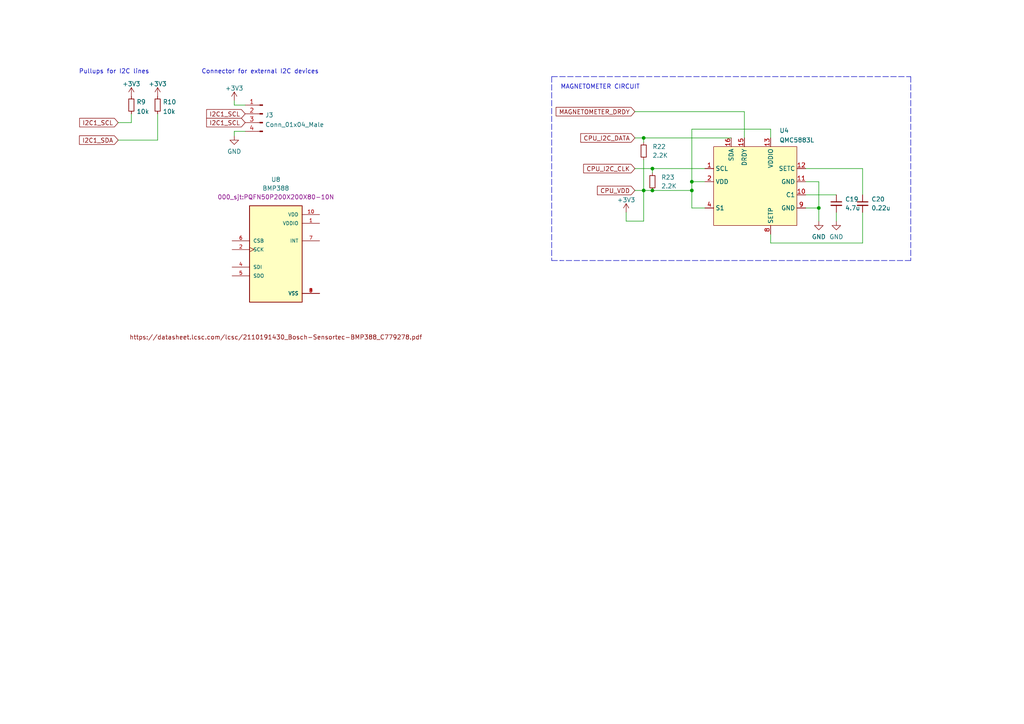
<source format=kicad_sch>
(kicad_sch (version 20211123) (generator eeschema)
  (paper "A4")
  (title_block (company "University of Oulu") (comment 1 "Antti Luukkonen, Jouni Saari, Visa Tuominen"))
  (lib_symbols
    (symbol "000_sjt:BMP388" (pin_names (offset 1.016))
      (property "Reference" "U" (at -7.62 15.2654 0))
      (property "Value" "BMP388" (at -7.62 -15.2654 0))
      (property "Footprint" "000_sjt:PQFN50P200X200X80-10N" (at 0 0 0))
      (symbol "BMP388_0_0"
        (rectangle (start -7.62 -12.7) (end 7.62 15.24) (stroke (width 0.254)) (fill (type background)))
        (text "https://datasheet.lcsc.com/lcsc/2110191430_Bosch-Sensortec-BMP388_C779278.pdf" (at 0 -22.86 0) (effects (font (size 1.27 1.27))))
        (pin power_in line (at 12.7 10.16 180) (length 5.08) (name "VDDIO") (number "1"))
        (pin power_in line (at 12.7 12.7 180) (length 5.08) (name "VDD") (number "10"))
        (pin input clock (at -12.7 2.54 0) (length 5.08) (name "SCK") (number "2"))
        (pin power_in line (at 12.7 -10.16 180) (length 5.08) (name "VSS") (number "3"))
        (pin bidirectional line (at -12.7 -2.54 0) (length 5.08) (name "SDI") (number "4"))
        (pin bidirectional line (at -12.7 -5.08 0) (length 5.08) (name "SDO") (number "5"))
        (pin input line (at -12.7 5.08 0) (length 5.08) (name "CSB") (number "6"))
        (pin output line (at 12.7 5.08 180) (length 5.08) (name "INT") (number "7"))
        (pin power_in line (at 12.7 -10.16 180) (length 5.08) (name "VSS") (number "8"))
        (pin power_in line (at 12.7 -10.16 180) (length 5.08) (name "VSS") (number "9"))
      )
    )
    (symbol "000_sjt:QMC5883L"
      (property "Reference" "U?" (at -3.81 0 0))
      (property "Value" "QMC5883L" (at -3.81 -2.54 0))
      (symbol "QMC5883L_0_1"
        (rectangle (start -11.43 12.7) (end 12.7 -10.16) (fill (type background)))
      )
      (symbol "QMC5883L_1_1"
        (pin input line (at -13.97 6.35 0) (length 2.54) (name "SCL") (number "1"))
        (pin input line (at 15.24 -1.27 180) (length 2.54) (name "C1") (number "10"))
        (pin power_in line (at 15.24 2.54 180) (length 2.54) (name "GND") (number "11"))
        (pin input line (at 15.24 6.35 180) (length 2.54) (name "SETC") (number "12"))
        (pin power_in line (at 5.08 15.24 270) (length 2.54) (name "VDDIO") (number "13"))
        (pin no_connect line (at 8.89 -26.67 90) (length 2.54) hide (name "NC") (number "14"))
        (pin output line (at -2.54 15.24 270) (length 2.54) (name "DRDY") (number "15"))
        (pin bidirectional line (at -6.35 15.24 270) (length 2.54) (name "SDA") (number "16"))
        (pin power_in line (at -13.97 2.54 0) (length 2.54) (name "VDD") (number "2"))
        (pin no_connect line (at -11.43 -26.67 90) (length 2.54) hide (name "NC") (number "3"))
        (pin input line (at -13.97 -5.08 0) (length 2.54) (name "S1") (number "4"))
        (pin no_connect line (at -6.35 -26.67 90) (length 2.54) hide (name "NC") (number "5"))
        (pin no_connect line (at -1.27 -26.67 90) (length 2.54) hide (name "NC") (number "6"))
        (pin no_connect line (at 3.81 -26.67 90) (length 2.54) hide (name "NC") (number "7"))
        (pin input line (at 5.08 -12.7 90) (length 2.54) (name "SETP") (number "8"))
        (pin power_in line (at 15.24 -5.08 180) (length 2.54) (name "GND") (number "9"))
      )
    )
    (symbol "Connector:Conn_01x04_Male" (pin_names (offset 1.016) hide)
      (property "Reference" "J" (at 0 5.08 0))
      (property "Value" "Conn_01x04_Male" (at 0 -7.62 0))
      (symbol "Conn_01x04_Male_1_1"
        (polyline (pts (xy 1.27 -5.08) (xy 0.8636 -5.08)) (stroke (width 0.1524)))
        (polyline (pts (xy 1.27 -2.54) (xy 0.8636 -2.54)) (stroke (width 0.1524)))
        (polyline (pts (xy 1.27 0) (xy 0.8636 0)) (stroke (width 0.1524)))
        (polyline (pts (xy 1.27 2.54) (xy 0.8636 2.54)) (stroke (width 0.1524)))
        (rectangle (start 0.8636 -4.953) (end 0 -5.207) (stroke (width 0.1524)) (fill (type outline)))
        (rectangle (start 0.8636 -2.413) (end 0 -2.667) (stroke (width 0.1524)) (fill (type outline)))
        (rectangle (start 0.8636 0.127) (end 0 -0.127) (stroke (width 0.1524)) (fill (type outline)))
        (rectangle (start 0.8636 2.667) (end 0 2.413) (stroke (width 0.1524)) (fill (type outline)))
        (pin passive line (at 5.08 2.54 180) (length 3.81) (name "Pin_1") (number "1"))
        (pin passive line (at 5.08 0 180) (length 3.81) (name "Pin_2") (number "2"))
        (pin passive line (at 5.08 -2.54 180) (length 3.81) (name "Pin_3") (number "3"))
        (pin passive line (at 5.08 -5.08 180) (length 3.81) (name "Pin_4") (number "4"))
      )
    )
    (symbol "Device:C_Small" (pin_numbers hide) (pin_names (offset 0.254) hide)
      (property "Reference" "C" (at 0.254 1.778 0))
      (property "Value" "C_Small" (at 0.254 -2.032 0))
      (symbol "C_Small_0_1"
        (polyline (pts (xy -1.524 -0.508) (xy 1.524 -0.508)) (stroke (width 0.3302)))
        (polyline (pts (xy -1.524 0.508) (xy 1.524 0.508)) (stroke (width 0.3048)))
      )
      (symbol "C_Small_1_1"
        (pin passive line (at 0 2.54 270) (length 2.032) (name "~") (number "1"))
        (pin passive line (at 0 -2.54 90) (length 2.032) (name "~") (number "2"))
      )
    )
    (symbol "Device:R_Small" (pin_numbers hide) (pin_names (offset 0.254) hide)
      (property "Reference" "R" (at 0.762 0.508 0))
      (property "Value" "R_Small" (at 0.762 -1.016 0))
      (symbol "R_Small_0_1"
        (rectangle (start -0.762 1.778) (end 0.762 -1.778) (stroke (width 0.2032)))
      )
      (symbol "R_Small_1_1"
        (pin passive line (at 0 2.54 270) (length 0.762) (name "~") (number "1"))
        (pin passive line (at 0 -2.54 90) (length 0.762) (name "~") (number "2"))
      )
    )
    (symbol "power:+3.3V" (power) (pin_names (offset 0))
      (property "Value" "+3.3V" (at 0 3.556 0))
      (symbol "+3.3V_0_1"
        (polyline (pts (xy -0.762 1.27) (xy 0 2.54)))
        (polyline (pts (xy 0 0) (xy 0 2.54)))
        (polyline (pts (xy 0 2.54) (xy 0.762 1.27)))
      )
      (symbol "+3.3V_1_1"
        (pin power_in line (at 0 0 90) (length 0) hide (name "+3V3") (number "1"))
      )
    )
    (symbol "power:+3V3" (power) (pin_names (offset 0))
      (property "Value" "+3V3" (at 0 3.556 0))
      (symbol "+3V3_0_1"
        (polyline (pts (xy -0.762 1.27) (xy 0 2.54)))
        (polyline (pts (xy 0 0) (xy 0 2.54)))
        (polyline (pts (xy 0 2.54) (xy 0.762 1.27)))
      )
      (symbol "+3V3_1_1"
        (pin power_in line (at 0 0 90) (length 0) hide (name "+3V3") (number "1"))
      )
    )
    (symbol "power:GND" (power) (pin_names (offset 0))
      (property "Value" "GND" (at 0 -3.81 0))
      (symbol "GND_0_1"
        (polyline (pts (xy 0 0) (xy 0 -1.27) (xy 1.27 -1.27) (xy 0 -2.54) (xy -1.27 -1.27) (xy 0 -1.27)))
      )
      (symbol "GND_1_1"
        (pin power_in line (at 0 0 270) (length 0) hide (name "GND") (number "1"))
      )
    )
  )
  (junction (at 200.66 52.705))
  (junction (at 189.23 48.895))
  (junction (at 189.23 55.245))
  (junction (at 237.49 60.325))
  (junction (at 186.69 55.245))
  (junction (at 200.66 55.245))
  (junction (at 186.69 40.005))
  (wire (pts (xy 223.52 40.005) (xy 223.52 37.465)))
  (wire (pts (xy 233.68 48.895) (xy 250.19 48.895)))
  (polyline (pts (xy 264.16 22.225) (xy 264.16 75.565)))
  (wire (pts (xy 200.66 55.245) (xy 200.66 60.325)))
  (polyline (pts (xy 264.16 75.565) (xy 162.56 75.565)))
  (wire (pts (xy 237.49 52.705) (xy 237.49 60.325)))
  (wire (pts (xy 189.23 55.245) (xy 200.66 55.245)))
  (wire (pts (xy 45.72 40.64) (xy 45.72 33.02)))
  (wire (pts (xy 181.61 61.595) (xy 181.61 64.135)))
  (wire (pts (xy 189.23 48.895) (xy 189.23 50.165)))
  (wire (pts (xy 223.52 67.945) (xy 223.52 70.485)))
  (wire (pts (xy 67.945 30.48) (xy 71.12 30.48)))
  (polyline (pts (xy 160.02 22.225) (xy 264.16 22.225)))
  (wire (pts (xy 233.68 60.325) (xy 237.49 60.325)))
  (wire (pts (xy 242.57 61.595) (xy 242.57 64.135)))
  (wire (pts (xy 186.69 55.245) (xy 186.69 64.135)))
  (wire (pts (xy 186.69 40.005) (xy 212.09 40.005)))
  (wire (pts (xy 71.12 38.1) (xy 67.945 38.1)))
  (wire (pts (xy 189.23 48.895) (xy 204.47 48.895)))
  (wire (pts (xy 184.15 32.385) (xy 215.9 32.385)))
  (wire (pts (xy 223.52 37.465) (xy 200.66 37.465)))
  (wire (pts (xy 184.15 55.245) (xy 186.69 55.245)))
  (wire (pts (xy 186.69 55.245) (xy 186.69 46.355)))
  (wire (pts (xy 250.19 48.895) (xy 250.19 56.515)))
  (wire (pts (xy 184.15 40.005) (xy 186.69 40.005)))
  (wire (pts (xy 38.1 35.56) (xy 38.1 33.02)))
  (polyline (pts (xy 160.02 75.565) (xy 162.56 75.565)))
  (wire (pts (xy 200.66 52.705) (xy 200.66 55.245)))
  (wire (pts (xy 67.945 38.1) (xy 67.945 39.37)))
  (wire (pts (xy 237.49 60.325) (xy 237.49 64.135)))
  (wire (pts (xy 67.945 29.21) (xy 67.945 30.48)))
  (wire (pts (xy 200.66 52.705) (xy 204.47 52.705)))
  (wire (pts (xy 186.69 64.135) (xy 181.61 64.135)))
  (wire (pts (xy 184.15 48.895) (xy 189.23 48.895)))
  (wire (pts (xy 250.19 70.485) (xy 223.52 70.485)))
  (wire (pts (xy 186.69 55.245) (xy 189.23 55.245)))
  (wire (pts (xy 204.47 60.325) (xy 200.66 60.325)))
  (wire (pts (xy 215.9 40.005) (xy 215.9 32.385)))
  (wire (pts (xy 34.29 35.56) (xy 38.1 35.56)))
  (polyline (pts (xy 160.02 22.225) (xy 160.02 75.565)))
  (wire (pts (xy 34.29 40.64) (xy 45.72 40.64)))
  (wire (pts (xy 250.19 61.595) (xy 250.19 70.485)))
  (wire (pts (xy 200.66 37.465) (xy 200.66 52.705)))
  (wire (pts (xy 233.68 52.705) (xy 237.49 52.705)))
  (wire (pts (xy 233.68 56.515) (xy 242.57 56.515)))
  (wire (pts (xy 186.69 41.275) (xy 186.69 40.005)))
  (text "Pullups for I2C lines\n" (at 22.86 21.59 0) (effects (font (size 1.27 1.27)) (justify left bottom)))
  (text "Connector for external I2C devices" (at 58.42 21.59 0) (effects (font (size 1.27 1.27)) (justify left bottom)))
  (text "MAGNETOMETER CIRCUIT" (at 162.56 26.035 0) (effects (font (size 1.27 1.27)) (justify left bottom)))
  (global_label "I2C1_SCL" (shape input) (at 71.12 33.02 180) (property "Intersheet References" "${INTERSHEET_REFS}" (effects hide)))
  (global_label "CPU_I2C_DATA" (shape input) (at 184.15 40.005 180) (property "Intersheet References" "${INTERSHEET_REFS}" (effects hide)))
  (global_label "I2C1_SCL" (shape input) (at 34.29 35.56 180) (property "Intersheet References" "${INTERSHEET_REFS}" (effects hide)))
  (global_label "I2C1_SCL" (shape input) (at 71.12 35.56 180) (property "Intersheet References" "${INTERSHEET_REFS}" (effects hide)))
  (global_label "MAGNETOMETER_DRDY" (shape input) (at 184.15 32.385 180) (property "Intersheet References" "${INTERSHEET_REFS}" (effects hide)))
  (global_label "CPU_I2C_CLK" (shape input) (at 184.15 48.895 180) (property "Intersheet References" "${INTERSHEET_REFS}" (effects hide)))
  (global_label "CPU_VDD" (shape input) (at 184.15 55.245 180) (property "Intersheet References" "${INTERSHEET_REFS}" (effects hide)))
  (global_label "I2C1_SDA" (shape input) (at 34.29 40.64 180) (property "Intersheet References" "${INTERSHEET_REFS}" (effects hide)))
  (symbol (lib_id "Device:C_Small") (at 242.57 59.055 0) (unit 1)
    (property "Reference" "C19" (at 245.11 57.7912 0) (effects (justify left)))
    (property "Value" "4.7u" (at 245.11 60.3312 0) (effects (justify left)))
  )
  (symbol (lib_id "Device:R_Small") (at 38.1 30.48 0) (unit 1)
    (property "Reference" "R9" (at 39.5986 29.5715 0) (effects (justify left)))
    (property "Value" "10k" (at 39.5986 32.3466 0) (effects (justify left)))
    (property "Footprint" "Resistor_SMD:R_0603_1608Metric" (effects hide))
    (property "LCSC" "C25804" (effects hide))
  )
  (symbol (lib_id "power:+3.3V") (at 38.1 27.94 0) (unit 1)
    (property "Reference" "#PWR021" (effects hide))
    (property "Value" "+3.3V" (at 38.1 24.3355 0))
  )
  (symbol (lib_id "000_sjt:BMP388") (at 80.01 74.93 0) (unit 1)
    (property "Reference" "U8" (at 80.01 52.07 0))
    (property "Value" "BMP388" (at 80.01 54.61 0))
    (property "Footprint" "000_sjt:PQFN50P200X200X80-10N" (at 80.01 57.15 0))
    (property "PARTREV" "1.1" (effects hide))
    (property "MANUFACTURER" "BOSCH" (effects hide))
    (property "STANDARD" "IPC 7351B" (effects hide))
  )
  (symbol (lib_id "power:GND") (at 67.945 39.37 0) (unit 1)
    (property "Reference" "#PWR031" (effects hide))
    (property "Value" "GND" (at 67.945 43.9325 0))
  )
  (symbol (lib_id "power:+3.3V") (at 45.72 27.94 0) (unit 1)
    (property "Reference" "#PWR024" (effects hide))
    (property "Value" "+3.3V" (at 45.72 24.3355 0))
  )
  (symbol (lib_id "power:GND") (at 237.49 64.135 0) (unit 1)
    (property "Reference" "#PWR052" (effects hide))
    (property "Value" "GND" (at 237.49 68.6975 0))
  )
  (symbol (lib_id "Connector:Conn_01x04_Male") (at 76.2 33.02 0) (mirror y) (unit 1)
    (property "Reference" "J3" (at 76.9112 33.3815 0) (effects (justify right)))
    (property "Value" "Conn_01x04_Male" (at 76.9112 36.1566 0) (effects (justify right)))
  )
  (symbol (lib_id "power:+3V3") (at 181.61 61.595 0) (unit 1)
    (property "Reference" "#PWR051" (effects hide))
    (property "Value" "+3V3" (at 181.61 57.9905 0))
  )
  (symbol (lib_id "000_sjt:QMC5883L") (at 218.44 55.245 0) (unit 1)
    (property "Reference" "U4" (at 226.06 37.8649 0) (effects (justify left)))
    (property "Value" "QMC5883L" (at 226.06 40.64 0) (effects (justify left)))
  )
  (symbol (lib_id "Device:R_Small") (at 186.69 43.815 0) (unit 1)
    (property "Reference" "R22" (at 189.23 42.5449 0) (effects (justify left)))
    (property "Value" "2.2K" (at 189.23 45.0849 0) (effects (justify left)))
  )
  (symbol (lib_id "Device:C_Small") (at 250.19 59.055 0) (unit 1)
    (property "Reference" "C20" (at 252.73 57.7912 0) (effects (justify left)))
    (property "Value" "0.22u" (at 252.73 60.3312 0) (effects (justify left)))
  )
  (symbol (lib_id "Device:R_Small") (at 45.72 30.48 0) (unit 1)
    (property "Reference" "R10" (at 47.2186 29.5715 0) (effects (justify left)))
    (property "Value" "10k" (at 47.2186 32.3466 0) (effects (justify left)))
    (property "Footprint" "Resistor_SMD:R_0603_1608Metric" (effects hide))
    (property "LCSC" "C25804" (effects hide))
  )
  (symbol (lib_id "power:GND") (at 242.57 64.135 0) (unit 1)
    (property "Reference" "#PWR053" (effects hide))
    (property "Value" "GND" (at 242.57 68.6975 0))
  )
  (symbol (lib_id "Device:R_Small") (at 189.23 52.705 0) (unit 1)
    (property "Reference" "R23" (at 191.77 51.4349 0) (effects (justify left)))
    (property "Value" "2.2K" (at 191.77 53.9749 0) (effects (justify left)))
  )
  (symbol (lib_id "power:+3.3V") (at 67.945 29.21 0) (unit 1)
    (property "Reference" "#PWR025" (effects hide))
    (property "Value" "+3.3V" (at 67.945 25.6055 0))
  )
)
</source>
